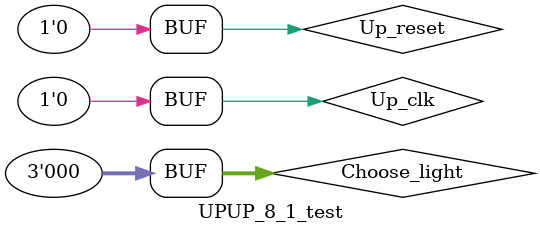
<source format=v>
`timescale 1ns / 1ps


module UPUP_8_1_test;

	// Inputs
	reg Up_clk;
	reg Up_reset;
	reg [2:0] Choose_light;

	// Outputs
	wire [7:0] Digital_light;

	// Instantiate the Unit Under Test (UUT)
	Expetiment8_1_DigitalOutput uut (
		.Up_clk(Up_clk), 
		.Up_reset(Up_reset), 
		.Choose_light(Choose_light), 
		.Digital_light(Digital_light)
	);

	initial begin
		// Initialize Inputs
		Up_clk = 0;
		Up_reset = 0;
		Choose_light = 0;

		// Wait 100 ns for global reset to finish
		#100;
        
		// Add stimulus here
		#50;
		Up_reset = 1;
		#50;
		Up_reset = 0;
		#50;
		Up_clk = 1;
		#50;
		Up_clk = 0;
		#50;
		Up_clk = 1;
		#50;
		Up_clk = 0;
		#50;
		Up_clk = 1;
		#50;
		Up_clk = 0;
	end
      
endmodule


</source>
